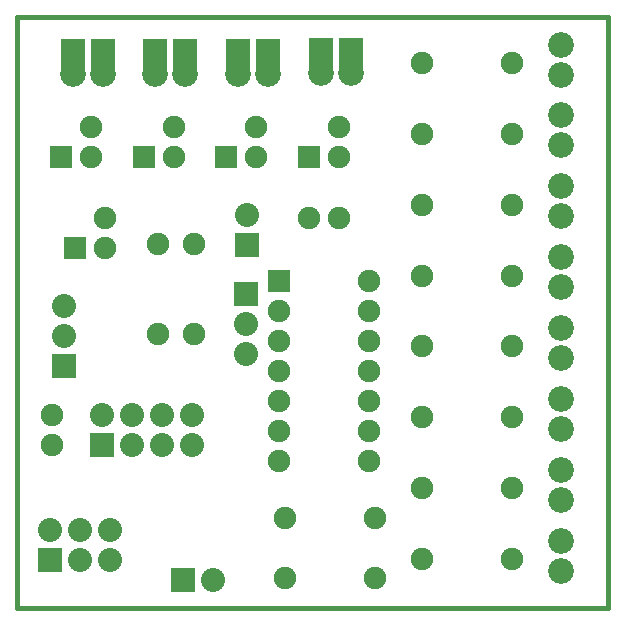
<source format=gts>
G04 (created by PCBNEW-RS274X (2010-05-05 BZR 2356)-stable) date 08-11-2010 18:06:31*
G01*
G70*
G90*
%MOIN*%
G04 Gerber Fmt 3.4, Leading zero omitted, Abs format*
%FSLAX34Y34*%
G04 APERTURE LIST*
%ADD10C,0.006000*%
%ADD11C,0.015000*%
%ADD12R,0.080000X0.080000*%
%ADD13C,0.080000*%
%ADD14C,0.075000*%
%ADD15C,0.086000*%
%ADD16R,0.080000X0.138100*%
%ADD17R,0.075000X0.075000*%
G04 APERTURE END LIST*
G54D10*
G54D11*
X10335Y-27756D02*
X30020Y-27756D01*
X10335Y-08071D02*
X10335Y-27756D01*
X30020Y-08071D02*
X10335Y-08071D01*
X30020Y-27756D02*
X30020Y-08071D01*
G54D12*
X17953Y-17307D03*
G54D13*
X17953Y-18307D03*
X17953Y-19307D03*
G54D14*
X22258Y-24776D03*
X22258Y-26776D03*
X19258Y-24776D03*
X19258Y-26776D03*
G54D15*
X17699Y-09944D03*
X18699Y-09944D03*
G54D16*
X17699Y-09444D03*
X18699Y-09444D03*
G54D15*
X20457Y-09943D03*
X21457Y-09943D03*
G54D16*
X20457Y-09443D03*
X21457Y-09443D03*
G54D15*
X14945Y-09944D03*
X15945Y-09944D03*
G54D16*
X14945Y-09444D03*
X15945Y-09444D03*
G54D15*
X12189Y-09945D03*
X13189Y-09945D03*
G54D16*
X12189Y-09445D03*
X13189Y-09445D03*
G54D12*
X15878Y-26811D03*
G54D13*
X16878Y-26811D03*
G54D15*
X28475Y-25515D03*
X28475Y-26515D03*
X28474Y-23151D03*
X28474Y-24151D03*
X28473Y-20791D03*
X28473Y-21791D03*
X28474Y-18428D03*
X28474Y-19428D03*
X28475Y-16064D03*
X28475Y-17064D03*
X28474Y-13705D03*
X28474Y-14705D03*
X28472Y-11341D03*
X28472Y-12341D03*
X28474Y-08980D03*
X28474Y-09980D03*
G54D14*
X20061Y-14752D03*
X21061Y-14752D03*
G54D17*
X17305Y-12732D03*
G54D14*
X18305Y-12732D03*
X18305Y-11732D03*
G54D17*
X11794Y-12733D03*
G54D14*
X12794Y-12733D03*
X12794Y-11733D03*
G54D17*
X14552Y-12731D03*
G54D14*
X15552Y-12731D03*
X15552Y-11731D03*
G54D17*
X20062Y-12731D03*
G54D14*
X21062Y-12731D03*
X21062Y-11731D03*
G54D17*
X12266Y-15766D03*
G54D14*
X13266Y-15766D03*
X13266Y-14766D03*
X16228Y-18617D03*
X16228Y-15617D03*
X23825Y-26130D03*
X26825Y-26130D03*
X15046Y-18616D03*
X15046Y-15616D03*
X23823Y-23766D03*
X26823Y-23766D03*
X23825Y-19042D03*
X26825Y-19042D03*
X23823Y-21406D03*
X26823Y-21406D03*
X23826Y-16681D03*
X26826Y-16681D03*
X23824Y-09594D03*
X26824Y-09594D03*
X23825Y-14318D03*
X26825Y-14318D03*
X23824Y-11955D03*
X26824Y-11955D03*
G54D12*
X13156Y-22341D03*
G54D13*
X13156Y-21341D03*
X14156Y-22341D03*
X14156Y-21341D03*
X15156Y-22341D03*
X15156Y-21341D03*
X16156Y-22341D03*
X16156Y-21341D03*
G54D12*
X11424Y-26170D03*
G54D13*
X11424Y-25170D03*
X12424Y-26170D03*
X12424Y-25170D03*
X13424Y-26170D03*
X13424Y-25170D03*
G54D12*
X11895Y-19691D03*
G54D13*
X11895Y-18691D03*
X11895Y-17691D03*
G54D17*
X19060Y-16875D03*
G54D14*
X19060Y-17875D03*
X19060Y-18875D03*
X19060Y-19875D03*
X19060Y-20875D03*
X19060Y-21875D03*
X19060Y-22875D03*
X22060Y-22875D03*
X22060Y-21875D03*
X22060Y-20875D03*
X22060Y-19875D03*
X22060Y-18875D03*
X22060Y-17875D03*
X22060Y-16875D03*
G54D12*
X18001Y-15645D03*
G54D13*
X18001Y-14645D03*
G54D14*
X11499Y-21339D03*
X11499Y-22339D03*
M02*

</source>
